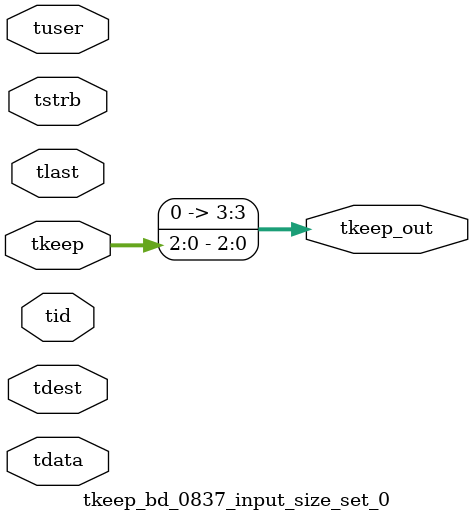
<source format=v>


`timescale 1ps/1ps

module tkeep_bd_0837_input_size_set_0 #
(
parameter C_S_AXIS_TDATA_WIDTH = 32,
parameter C_S_AXIS_TUSER_WIDTH = 0,
parameter C_S_AXIS_TID_WIDTH   = 0,
parameter C_S_AXIS_TDEST_WIDTH = 0,
parameter C_M_AXIS_TDATA_WIDTH = 32
)
(
input  [(C_S_AXIS_TDATA_WIDTH == 0 ? 1 : C_S_AXIS_TDATA_WIDTH)-1:0     ] tdata,
input  [(C_S_AXIS_TUSER_WIDTH == 0 ? 1 : C_S_AXIS_TUSER_WIDTH)-1:0     ] tuser,
input  [(C_S_AXIS_TID_WIDTH   == 0 ? 1 : C_S_AXIS_TID_WIDTH)-1:0       ] tid,
input  [(C_S_AXIS_TDEST_WIDTH == 0 ? 1 : C_S_AXIS_TDEST_WIDTH)-1:0     ] tdest,
input  [(C_S_AXIS_TDATA_WIDTH/8)-1:0 ] tkeep,
input  [(C_S_AXIS_TDATA_WIDTH/8)-1:0 ] tstrb,
input                                                                    tlast,
output [(C_M_AXIS_TDATA_WIDTH/8)-1:0 ] tkeep_out
);

assign tkeep_out = {tkeep[2:0]};

endmodule


</source>
